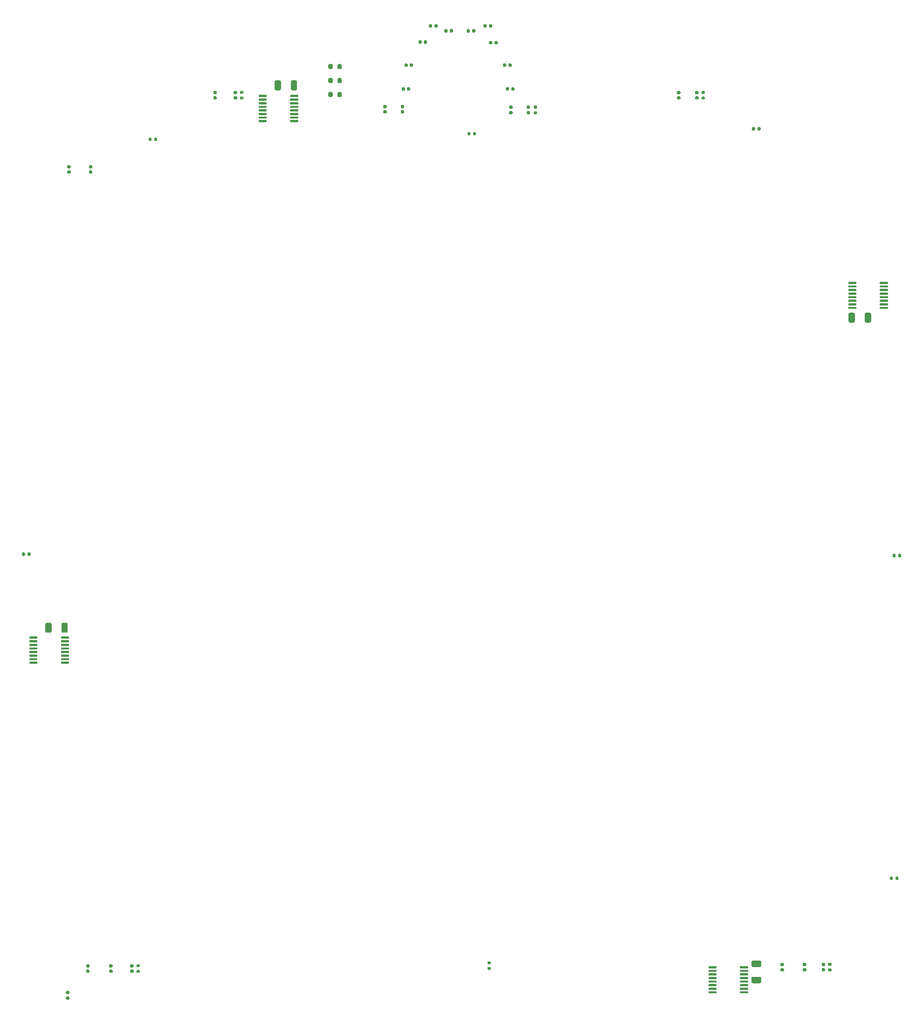
<source format=gbr>
G04 #@! TF.GenerationSoftware,KiCad,Pcbnew,(5.1.9)-1*
G04 #@! TF.CreationDate,2021-08-29T10:45:46-06:00*
G04 #@! TF.ProjectId,ampcd_button_board,616d7063-645f-4627-9574-746f6e5f626f,rev?*
G04 #@! TF.SameCoordinates,Original*
G04 #@! TF.FileFunction,Paste,Top*
G04 #@! TF.FilePolarity,Positive*
%FSLAX46Y46*%
G04 Gerber Fmt 4.6, Leading zero omitted, Abs format (unit mm)*
G04 Created by KiCad (PCBNEW (5.1.9)-1) date 2021-08-29 10:45:46*
%MOMM*%
%LPD*%
G01*
G04 APERTURE LIST*
G04 APERTURE END LIST*
G36*
G01*
X274310121Y59800490D02*
X275610123Y59800490D01*
G75*
G02*
X275860122Y59550491I0J-249999D01*
G01*
X275860122Y58900489D01*
G75*
G02*
X275610123Y58650490I-249999J0D01*
G01*
X274310121Y58650490D01*
G75*
G02*
X274060122Y58900489I0J249999D01*
G01*
X274060122Y59550491D01*
G75*
G02*
X274310121Y59800490I249999J0D01*
G01*
G37*
G36*
G01*
X274310121Y62750490D02*
X275610123Y62750490D01*
G75*
G02*
X275860122Y62500491I0J-249999D01*
G01*
X275860122Y61850489D01*
G75*
G02*
X275610123Y61600490I-249999J0D01*
G01*
X274310121Y61600490D01*
G75*
G02*
X274060122Y61850489I0J249999D01*
G01*
X274060122Y62500491D01*
G75*
G02*
X274310121Y62750490I249999J0D01*
G01*
G37*
G36*
G01*
X148648722Y121260490D02*
X148648722Y121460490D01*
G75*
G02*
X148748722Y121560490I100000J0D01*
G01*
X150023722Y121560490D01*
G75*
G02*
X150123722Y121460490I0J-100000D01*
G01*
X150123722Y121260490D01*
G75*
G02*
X150023722Y121160490I-100000J0D01*
G01*
X148748722Y121160490D01*
G75*
G02*
X148648722Y121260490I0J100000D01*
G01*
G37*
G36*
G01*
X148648722Y120610490D02*
X148648722Y120810490D01*
G75*
G02*
X148748722Y120910490I100000J0D01*
G01*
X150023722Y120910490D01*
G75*
G02*
X150123722Y120810490I0J-100000D01*
G01*
X150123722Y120610490D01*
G75*
G02*
X150023722Y120510490I-100000J0D01*
G01*
X148748722Y120510490D01*
G75*
G02*
X148648722Y120610490I0J100000D01*
G01*
G37*
G36*
G01*
X148648722Y119960490D02*
X148648722Y120160490D01*
G75*
G02*
X148748722Y120260490I100000J0D01*
G01*
X150023722Y120260490D01*
G75*
G02*
X150123722Y120160490I0J-100000D01*
G01*
X150123722Y119960490D01*
G75*
G02*
X150023722Y119860490I-100000J0D01*
G01*
X148748722Y119860490D01*
G75*
G02*
X148648722Y119960490I0J100000D01*
G01*
G37*
G36*
G01*
X148648722Y119310490D02*
X148648722Y119510490D01*
G75*
G02*
X148748722Y119610490I100000J0D01*
G01*
X150023722Y119610490D01*
G75*
G02*
X150123722Y119510490I0J-100000D01*
G01*
X150123722Y119310490D01*
G75*
G02*
X150023722Y119210490I-100000J0D01*
G01*
X148748722Y119210490D01*
G75*
G02*
X148648722Y119310490I0J100000D01*
G01*
G37*
G36*
G01*
X148648722Y118660490D02*
X148648722Y118860490D01*
G75*
G02*
X148748722Y118960490I100000J0D01*
G01*
X150023722Y118960490D01*
G75*
G02*
X150123722Y118860490I0J-100000D01*
G01*
X150123722Y118660490D01*
G75*
G02*
X150023722Y118560490I-100000J0D01*
G01*
X148748722Y118560490D01*
G75*
G02*
X148648722Y118660490I0J100000D01*
G01*
G37*
G36*
G01*
X148648722Y118010490D02*
X148648722Y118210490D01*
G75*
G02*
X148748722Y118310490I100000J0D01*
G01*
X150023722Y118310490D01*
G75*
G02*
X150123722Y118210490I0J-100000D01*
G01*
X150123722Y118010490D01*
G75*
G02*
X150023722Y117910490I-100000J0D01*
G01*
X148748722Y117910490D01*
G75*
G02*
X148648722Y118010490I0J100000D01*
G01*
G37*
G36*
G01*
X148648722Y117360490D02*
X148648722Y117560490D01*
G75*
G02*
X148748722Y117660490I100000J0D01*
G01*
X150023722Y117660490D01*
G75*
G02*
X150123722Y117560490I0J-100000D01*
G01*
X150123722Y117360490D01*
G75*
G02*
X150023722Y117260490I-100000J0D01*
G01*
X148748722Y117260490D01*
G75*
G02*
X148648722Y117360490I0J100000D01*
G01*
G37*
G36*
G01*
X148648722Y116710490D02*
X148648722Y116910490D01*
G75*
G02*
X148748722Y117010490I100000J0D01*
G01*
X150023722Y117010490D01*
G75*
G02*
X150123722Y116910490I0J-100000D01*
G01*
X150123722Y116710490D01*
G75*
G02*
X150023722Y116610490I-100000J0D01*
G01*
X148748722Y116610490D01*
G75*
G02*
X148648722Y116710490I0J100000D01*
G01*
G37*
G36*
G01*
X142923722Y116710490D02*
X142923722Y116910490D01*
G75*
G02*
X143023722Y117010490I100000J0D01*
G01*
X144298722Y117010490D01*
G75*
G02*
X144398722Y116910490I0J-100000D01*
G01*
X144398722Y116710490D01*
G75*
G02*
X144298722Y116610490I-100000J0D01*
G01*
X143023722Y116610490D01*
G75*
G02*
X142923722Y116710490I0J100000D01*
G01*
G37*
G36*
G01*
X142923722Y117360490D02*
X142923722Y117560490D01*
G75*
G02*
X143023722Y117660490I100000J0D01*
G01*
X144298722Y117660490D01*
G75*
G02*
X144398722Y117560490I0J-100000D01*
G01*
X144398722Y117360490D01*
G75*
G02*
X144298722Y117260490I-100000J0D01*
G01*
X143023722Y117260490D01*
G75*
G02*
X142923722Y117360490I0J100000D01*
G01*
G37*
G36*
G01*
X142923722Y118010490D02*
X142923722Y118210490D01*
G75*
G02*
X143023722Y118310490I100000J0D01*
G01*
X144298722Y118310490D01*
G75*
G02*
X144398722Y118210490I0J-100000D01*
G01*
X144398722Y118010490D01*
G75*
G02*
X144298722Y117910490I-100000J0D01*
G01*
X143023722Y117910490D01*
G75*
G02*
X142923722Y118010490I0J100000D01*
G01*
G37*
G36*
G01*
X142923722Y118660490D02*
X142923722Y118860490D01*
G75*
G02*
X143023722Y118960490I100000J0D01*
G01*
X144298722Y118960490D01*
G75*
G02*
X144398722Y118860490I0J-100000D01*
G01*
X144398722Y118660490D01*
G75*
G02*
X144298722Y118560490I-100000J0D01*
G01*
X143023722Y118560490D01*
G75*
G02*
X142923722Y118660490I0J100000D01*
G01*
G37*
G36*
G01*
X142923722Y119310490D02*
X142923722Y119510490D01*
G75*
G02*
X143023722Y119610490I100000J0D01*
G01*
X144298722Y119610490D01*
G75*
G02*
X144398722Y119510490I0J-100000D01*
G01*
X144398722Y119310490D01*
G75*
G02*
X144298722Y119210490I-100000J0D01*
G01*
X143023722Y119210490D01*
G75*
G02*
X142923722Y119310490I0J100000D01*
G01*
G37*
G36*
G01*
X142923722Y119960490D02*
X142923722Y120160490D01*
G75*
G02*
X143023722Y120260490I100000J0D01*
G01*
X144298722Y120260490D01*
G75*
G02*
X144398722Y120160490I0J-100000D01*
G01*
X144398722Y119960490D01*
G75*
G02*
X144298722Y119860490I-100000J0D01*
G01*
X143023722Y119860490D01*
G75*
G02*
X142923722Y119960490I0J100000D01*
G01*
G37*
G36*
G01*
X142923722Y120610490D02*
X142923722Y120810490D01*
G75*
G02*
X143023722Y120910490I100000J0D01*
G01*
X144298722Y120910490D01*
G75*
G02*
X144398722Y120810490I0J-100000D01*
G01*
X144398722Y120610490D01*
G75*
G02*
X144298722Y120510490I-100000J0D01*
G01*
X143023722Y120510490D01*
G75*
G02*
X142923722Y120610490I0J100000D01*
G01*
G37*
G36*
G01*
X142923722Y121260490D02*
X142923722Y121460490D01*
G75*
G02*
X143023722Y121560490I100000J0D01*
G01*
X144298722Y121560490D01*
G75*
G02*
X144398722Y121460490I0J-100000D01*
G01*
X144398722Y121260490D01*
G75*
G02*
X144298722Y121160490I-100000J0D01*
G01*
X143023722Y121160490D01*
G75*
G02*
X142923722Y121260490I0J100000D01*
G01*
G37*
G36*
G01*
X271991122Y61443490D02*
X271991122Y61643490D01*
G75*
G02*
X272091122Y61743490I100000J0D01*
G01*
X273366122Y61743490D01*
G75*
G02*
X273466122Y61643490I0J-100000D01*
G01*
X273466122Y61443490D01*
G75*
G02*
X273366122Y61343490I-100000J0D01*
G01*
X272091122Y61343490D01*
G75*
G02*
X271991122Y61443490I0J100000D01*
G01*
G37*
G36*
G01*
X271991122Y60793490D02*
X271991122Y60993490D01*
G75*
G02*
X272091122Y61093490I100000J0D01*
G01*
X273366122Y61093490D01*
G75*
G02*
X273466122Y60993490I0J-100000D01*
G01*
X273466122Y60793490D01*
G75*
G02*
X273366122Y60693490I-100000J0D01*
G01*
X272091122Y60693490D01*
G75*
G02*
X271991122Y60793490I0J100000D01*
G01*
G37*
G36*
G01*
X271991122Y60143490D02*
X271991122Y60343490D01*
G75*
G02*
X272091122Y60443490I100000J0D01*
G01*
X273366122Y60443490D01*
G75*
G02*
X273466122Y60343490I0J-100000D01*
G01*
X273466122Y60143490D01*
G75*
G02*
X273366122Y60043490I-100000J0D01*
G01*
X272091122Y60043490D01*
G75*
G02*
X271991122Y60143490I0J100000D01*
G01*
G37*
G36*
G01*
X271991122Y59493490D02*
X271991122Y59693490D01*
G75*
G02*
X272091122Y59793490I100000J0D01*
G01*
X273366122Y59793490D01*
G75*
G02*
X273466122Y59693490I0J-100000D01*
G01*
X273466122Y59493490D01*
G75*
G02*
X273366122Y59393490I-100000J0D01*
G01*
X272091122Y59393490D01*
G75*
G02*
X271991122Y59493490I0J100000D01*
G01*
G37*
G36*
G01*
X271991122Y58843490D02*
X271991122Y59043490D01*
G75*
G02*
X272091122Y59143490I100000J0D01*
G01*
X273366122Y59143490D01*
G75*
G02*
X273466122Y59043490I0J-100000D01*
G01*
X273466122Y58843490D01*
G75*
G02*
X273366122Y58743490I-100000J0D01*
G01*
X272091122Y58743490D01*
G75*
G02*
X271991122Y58843490I0J100000D01*
G01*
G37*
G36*
G01*
X271991122Y58193490D02*
X271991122Y58393490D01*
G75*
G02*
X272091122Y58493490I100000J0D01*
G01*
X273366122Y58493490D01*
G75*
G02*
X273466122Y58393490I0J-100000D01*
G01*
X273466122Y58193490D01*
G75*
G02*
X273366122Y58093490I-100000J0D01*
G01*
X272091122Y58093490D01*
G75*
G02*
X271991122Y58193490I0J100000D01*
G01*
G37*
G36*
G01*
X271991122Y57543490D02*
X271991122Y57743490D01*
G75*
G02*
X272091122Y57843490I100000J0D01*
G01*
X273366122Y57843490D01*
G75*
G02*
X273466122Y57743490I0J-100000D01*
G01*
X273466122Y57543490D01*
G75*
G02*
X273366122Y57443490I-100000J0D01*
G01*
X272091122Y57443490D01*
G75*
G02*
X271991122Y57543490I0J100000D01*
G01*
G37*
G36*
G01*
X271991122Y56893490D02*
X271991122Y57093490D01*
G75*
G02*
X272091122Y57193490I100000J0D01*
G01*
X273366122Y57193490D01*
G75*
G02*
X273466122Y57093490I0J-100000D01*
G01*
X273466122Y56893490D01*
G75*
G02*
X273366122Y56793490I-100000J0D01*
G01*
X272091122Y56793490D01*
G75*
G02*
X271991122Y56893490I0J100000D01*
G01*
G37*
G36*
G01*
X266266122Y56893490D02*
X266266122Y57093490D01*
G75*
G02*
X266366122Y57193490I100000J0D01*
G01*
X267641122Y57193490D01*
G75*
G02*
X267741122Y57093490I0J-100000D01*
G01*
X267741122Y56893490D01*
G75*
G02*
X267641122Y56793490I-100000J0D01*
G01*
X266366122Y56793490D01*
G75*
G02*
X266266122Y56893490I0J100000D01*
G01*
G37*
G36*
G01*
X266266122Y57543490D02*
X266266122Y57743490D01*
G75*
G02*
X266366122Y57843490I100000J0D01*
G01*
X267641122Y57843490D01*
G75*
G02*
X267741122Y57743490I0J-100000D01*
G01*
X267741122Y57543490D01*
G75*
G02*
X267641122Y57443490I-100000J0D01*
G01*
X266366122Y57443490D01*
G75*
G02*
X266266122Y57543490I0J100000D01*
G01*
G37*
G36*
G01*
X266266122Y58193490D02*
X266266122Y58393490D01*
G75*
G02*
X266366122Y58493490I100000J0D01*
G01*
X267641122Y58493490D01*
G75*
G02*
X267741122Y58393490I0J-100000D01*
G01*
X267741122Y58193490D01*
G75*
G02*
X267641122Y58093490I-100000J0D01*
G01*
X266366122Y58093490D01*
G75*
G02*
X266266122Y58193490I0J100000D01*
G01*
G37*
G36*
G01*
X266266122Y58843490D02*
X266266122Y59043490D01*
G75*
G02*
X266366122Y59143490I100000J0D01*
G01*
X267641122Y59143490D01*
G75*
G02*
X267741122Y59043490I0J-100000D01*
G01*
X267741122Y58843490D01*
G75*
G02*
X267641122Y58743490I-100000J0D01*
G01*
X266366122Y58743490D01*
G75*
G02*
X266266122Y58843490I0J100000D01*
G01*
G37*
G36*
G01*
X266266122Y59493490D02*
X266266122Y59693490D01*
G75*
G02*
X266366122Y59793490I100000J0D01*
G01*
X267641122Y59793490D01*
G75*
G02*
X267741122Y59693490I0J-100000D01*
G01*
X267741122Y59493490D01*
G75*
G02*
X267641122Y59393490I-100000J0D01*
G01*
X266366122Y59393490D01*
G75*
G02*
X266266122Y59493490I0J100000D01*
G01*
G37*
G36*
G01*
X266266122Y60143490D02*
X266266122Y60343490D01*
G75*
G02*
X266366122Y60443490I100000J0D01*
G01*
X267641122Y60443490D01*
G75*
G02*
X267741122Y60343490I0J-100000D01*
G01*
X267741122Y60143490D01*
G75*
G02*
X267641122Y60043490I-100000J0D01*
G01*
X266366122Y60043490D01*
G75*
G02*
X266266122Y60143490I0J100000D01*
G01*
G37*
G36*
G01*
X266266122Y60793490D02*
X266266122Y60993490D01*
G75*
G02*
X266366122Y61093490I100000J0D01*
G01*
X267641122Y61093490D01*
G75*
G02*
X267741122Y60993490I0J-100000D01*
G01*
X267741122Y60793490D01*
G75*
G02*
X267641122Y60693490I-100000J0D01*
G01*
X266366122Y60693490D01*
G75*
G02*
X266266122Y60793490I0J100000D01*
G01*
G37*
G36*
G01*
X266266122Y61443490D02*
X266266122Y61643490D01*
G75*
G02*
X266366122Y61743490I100000J0D01*
G01*
X267641122Y61743490D01*
G75*
G02*
X267741122Y61643490I0J-100000D01*
G01*
X267741122Y61443490D01*
G75*
G02*
X267641122Y61343490I-100000J0D01*
G01*
X266366122Y61343490D01*
G75*
G02*
X266266122Y61443490I0J100000D01*
G01*
G37*
G36*
G01*
X293141122Y181299490D02*
X293141122Y181099490D01*
G75*
G02*
X293041122Y180999490I-100000J0D01*
G01*
X291766122Y180999490D01*
G75*
G02*
X291666122Y181099490I0J100000D01*
G01*
X291666122Y181299490D01*
G75*
G02*
X291766122Y181399490I100000J0D01*
G01*
X293041122Y181399490D01*
G75*
G02*
X293141122Y181299490I0J-100000D01*
G01*
G37*
G36*
G01*
X293141122Y181949490D02*
X293141122Y181749490D01*
G75*
G02*
X293041122Y181649490I-100000J0D01*
G01*
X291766122Y181649490D01*
G75*
G02*
X291666122Y181749490I0J100000D01*
G01*
X291666122Y181949490D01*
G75*
G02*
X291766122Y182049490I100000J0D01*
G01*
X293041122Y182049490D01*
G75*
G02*
X293141122Y181949490I0J-100000D01*
G01*
G37*
G36*
G01*
X293141122Y182599490D02*
X293141122Y182399490D01*
G75*
G02*
X293041122Y182299490I-100000J0D01*
G01*
X291766122Y182299490D01*
G75*
G02*
X291666122Y182399490I0J100000D01*
G01*
X291666122Y182599490D01*
G75*
G02*
X291766122Y182699490I100000J0D01*
G01*
X293041122Y182699490D01*
G75*
G02*
X293141122Y182599490I0J-100000D01*
G01*
G37*
G36*
G01*
X293141122Y183249490D02*
X293141122Y183049490D01*
G75*
G02*
X293041122Y182949490I-100000J0D01*
G01*
X291766122Y182949490D01*
G75*
G02*
X291666122Y183049490I0J100000D01*
G01*
X291666122Y183249490D01*
G75*
G02*
X291766122Y183349490I100000J0D01*
G01*
X293041122Y183349490D01*
G75*
G02*
X293141122Y183249490I0J-100000D01*
G01*
G37*
G36*
G01*
X293141122Y183899490D02*
X293141122Y183699490D01*
G75*
G02*
X293041122Y183599490I-100000J0D01*
G01*
X291766122Y183599490D01*
G75*
G02*
X291666122Y183699490I0J100000D01*
G01*
X291666122Y183899490D01*
G75*
G02*
X291766122Y183999490I100000J0D01*
G01*
X293041122Y183999490D01*
G75*
G02*
X293141122Y183899490I0J-100000D01*
G01*
G37*
G36*
G01*
X293141122Y184549490D02*
X293141122Y184349490D01*
G75*
G02*
X293041122Y184249490I-100000J0D01*
G01*
X291766122Y184249490D01*
G75*
G02*
X291666122Y184349490I0J100000D01*
G01*
X291666122Y184549490D01*
G75*
G02*
X291766122Y184649490I100000J0D01*
G01*
X293041122Y184649490D01*
G75*
G02*
X293141122Y184549490I0J-100000D01*
G01*
G37*
G36*
G01*
X293141122Y185199490D02*
X293141122Y184999490D01*
G75*
G02*
X293041122Y184899490I-100000J0D01*
G01*
X291766122Y184899490D01*
G75*
G02*
X291666122Y184999490I0J100000D01*
G01*
X291666122Y185199490D01*
G75*
G02*
X291766122Y185299490I100000J0D01*
G01*
X293041122Y185299490D01*
G75*
G02*
X293141122Y185199490I0J-100000D01*
G01*
G37*
G36*
G01*
X293141122Y185849490D02*
X293141122Y185649490D01*
G75*
G02*
X293041122Y185549490I-100000J0D01*
G01*
X291766122Y185549490D01*
G75*
G02*
X291666122Y185649490I0J100000D01*
G01*
X291666122Y185849490D01*
G75*
G02*
X291766122Y185949490I100000J0D01*
G01*
X293041122Y185949490D01*
G75*
G02*
X293141122Y185849490I0J-100000D01*
G01*
G37*
G36*
G01*
X298866122Y185849490D02*
X298866122Y185649490D01*
G75*
G02*
X298766122Y185549490I-100000J0D01*
G01*
X297491122Y185549490D01*
G75*
G02*
X297391122Y185649490I0J100000D01*
G01*
X297391122Y185849490D01*
G75*
G02*
X297491122Y185949490I100000J0D01*
G01*
X298766122Y185949490D01*
G75*
G02*
X298866122Y185849490I0J-100000D01*
G01*
G37*
G36*
G01*
X298866122Y185199490D02*
X298866122Y184999490D01*
G75*
G02*
X298766122Y184899490I-100000J0D01*
G01*
X297491122Y184899490D01*
G75*
G02*
X297391122Y184999490I0J100000D01*
G01*
X297391122Y185199490D01*
G75*
G02*
X297491122Y185299490I100000J0D01*
G01*
X298766122Y185299490D01*
G75*
G02*
X298866122Y185199490I0J-100000D01*
G01*
G37*
G36*
G01*
X298866122Y184549490D02*
X298866122Y184349490D01*
G75*
G02*
X298766122Y184249490I-100000J0D01*
G01*
X297491122Y184249490D01*
G75*
G02*
X297391122Y184349490I0J100000D01*
G01*
X297391122Y184549490D01*
G75*
G02*
X297491122Y184649490I100000J0D01*
G01*
X298766122Y184649490D01*
G75*
G02*
X298866122Y184549490I0J-100000D01*
G01*
G37*
G36*
G01*
X298866122Y183899490D02*
X298866122Y183699490D01*
G75*
G02*
X298766122Y183599490I-100000J0D01*
G01*
X297491122Y183599490D01*
G75*
G02*
X297391122Y183699490I0J100000D01*
G01*
X297391122Y183899490D01*
G75*
G02*
X297491122Y183999490I100000J0D01*
G01*
X298766122Y183999490D01*
G75*
G02*
X298866122Y183899490I0J-100000D01*
G01*
G37*
G36*
G01*
X298866122Y183249490D02*
X298866122Y183049490D01*
G75*
G02*
X298766122Y182949490I-100000J0D01*
G01*
X297491122Y182949490D01*
G75*
G02*
X297391122Y183049490I0J100000D01*
G01*
X297391122Y183249490D01*
G75*
G02*
X297491122Y183349490I100000J0D01*
G01*
X298766122Y183349490D01*
G75*
G02*
X298866122Y183249490I0J-100000D01*
G01*
G37*
G36*
G01*
X298866122Y182599490D02*
X298866122Y182399490D01*
G75*
G02*
X298766122Y182299490I-100000J0D01*
G01*
X297491122Y182299490D01*
G75*
G02*
X297391122Y182399490I0J100000D01*
G01*
X297391122Y182599490D01*
G75*
G02*
X297491122Y182699490I100000J0D01*
G01*
X298766122Y182699490D01*
G75*
G02*
X298866122Y182599490I0J-100000D01*
G01*
G37*
G36*
G01*
X298866122Y181949490D02*
X298866122Y181749490D01*
G75*
G02*
X298766122Y181649490I-100000J0D01*
G01*
X297491122Y181649490D01*
G75*
G02*
X297391122Y181749490I0J100000D01*
G01*
X297391122Y181949490D01*
G75*
G02*
X297491122Y182049490I100000J0D01*
G01*
X298766122Y182049490D01*
G75*
G02*
X298866122Y181949490I0J-100000D01*
G01*
G37*
G36*
G01*
X298866122Y181299490D02*
X298866122Y181099490D01*
G75*
G02*
X298766122Y180999490I-100000J0D01*
G01*
X297491122Y180999490D01*
G75*
G02*
X297391122Y181099490I0J100000D01*
G01*
X297391122Y181299490D01*
G75*
G02*
X297491122Y181399490I100000J0D01*
G01*
X298766122Y181399490D01*
G75*
G02*
X298866122Y181299490I0J-100000D01*
G01*
G37*
G36*
G01*
X190279322Y219558490D02*
X190279322Y219758490D01*
G75*
G02*
X190379322Y219858490I100000J0D01*
G01*
X191654322Y219858490D01*
G75*
G02*
X191754322Y219758490I0J-100000D01*
G01*
X191754322Y219558490D01*
G75*
G02*
X191654322Y219458490I-100000J0D01*
G01*
X190379322Y219458490D01*
G75*
G02*
X190279322Y219558490I0J100000D01*
G01*
G37*
G36*
G01*
X190279322Y218908490D02*
X190279322Y219108490D01*
G75*
G02*
X190379322Y219208490I100000J0D01*
G01*
X191654322Y219208490D01*
G75*
G02*
X191754322Y219108490I0J-100000D01*
G01*
X191754322Y218908490D01*
G75*
G02*
X191654322Y218808490I-100000J0D01*
G01*
X190379322Y218808490D01*
G75*
G02*
X190279322Y218908490I0J100000D01*
G01*
G37*
G36*
G01*
X190279322Y218258490D02*
X190279322Y218458490D01*
G75*
G02*
X190379322Y218558490I100000J0D01*
G01*
X191654322Y218558490D01*
G75*
G02*
X191754322Y218458490I0J-100000D01*
G01*
X191754322Y218258490D01*
G75*
G02*
X191654322Y218158490I-100000J0D01*
G01*
X190379322Y218158490D01*
G75*
G02*
X190279322Y218258490I0J100000D01*
G01*
G37*
G36*
G01*
X190279322Y217608490D02*
X190279322Y217808490D01*
G75*
G02*
X190379322Y217908490I100000J0D01*
G01*
X191654322Y217908490D01*
G75*
G02*
X191754322Y217808490I0J-100000D01*
G01*
X191754322Y217608490D01*
G75*
G02*
X191654322Y217508490I-100000J0D01*
G01*
X190379322Y217508490D01*
G75*
G02*
X190279322Y217608490I0J100000D01*
G01*
G37*
G36*
G01*
X190279322Y216958490D02*
X190279322Y217158490D01*
G75*
G02*
X190379322Y217258490I100000J0D01*
G01*
X191654322Y217258490D01*
G75*
G02*
X191754322Y217158490I0J-100000D01*
G01*
X191754322Y216958490D01*
G75*
G02*
X191654322Y216858490I-100000J0D01*
G01*
X190379322Y216858490D01*
G75*
G02*
X190279322Y216958490I0J100000D01*
G01*
G37*
G36*
G01*
X190279322Y216308490D02*
X190279322Y216508490D01*
G75*
G02*
X190379322Y216608490I100000J0D01*
G01*
X191654322Y216608490D01*
G75*
G02*
X191754322Y216508490I0J-100000D01*
G01*
X191754322Y216308490D01*
G75*
G02*
X191654322Y216208490I-100000J0D01*
G01*
X190379322Y216208490D01*
G75*
G02*
X190279322Y216308490I0J100000D01*
G01*
G37*
G36*
G01*
X190279322Y215658490D02*
X190279322Y215858490D01*
G75*
G02*
X190379322Y215958490I100000J0D01*
G01*
X191654322Y215958490D01*
G75*
G02*
X191754322Y215858490I0J-100000D01*
G01*
X191754322Y215658490D01*
G75*
G02*
X191654322Y215558490I-100000J0D01*
G01*
X190379322Y215558490D01*
G75*
G02*
X190279322Y215658490I0J100000D01*
G01*
G37*
G36*
G01*
X190279322Y215008490D02*
X190279322Y215208490D01*
G75*
G02*
X190379322Y215308490I100000J0D01*
G01*
X191654322Y215308490D01*
G75*
G02*
X191754322Y215208490I0J-100000D01*
G01*
X191754322Y215008490D01*
G75*
G02*
X191654322Y214908490I-100000J0D01*
G01*
X190379322Y214908490D01*
G75*
G02*
X190279322Y215008490I0J100000D01*
G01*
G37*
G36*
G01*
X184554322Y215008490D02*
X184554322Y215208490D01*
G75*
G02*
X184654322Y215308490I100000J0D01*
G01*
X185929322Y215308490D01*
G75*
G02*
X186029322Y215208490I0J-100000D01*
G01*
X186029322Y215008490D01*
G75*
G02*
X185929322Y214908490I-100000J0D01*
G01*
X184654322Y214908490D01*
G75*
G02*
X184554322Y215008490I0J100000D01*
G01*
G37*
G36*
G01*
X184554322Y215658490D02*
X184554322Y215858490D01*
G75*
G02*
X184654322Y215958490I100000J0D01*
G01*
X185929322Y215958490D01*
G75*
G02*
X186029322Y215858490I0J-100000D01*
G01*
X186029322Y215658490D01*
G75*
G02*
X185929322Y215558490I-100000J0D01*
G01*
X184654322Y215558490D01*
G75*
G02*
X184554322Y215658490I0J100000D01*
G01*
G37*
G36*
G01*
X184554322Y216308490D02*
X184554322Y216508490D01*
G75*
G02*
X184654322Y216608490I100000J0D01*
G01*
X185929322Y216608490D01*
G75*
G02*
X186029322Y216508490I0J-100000D01*
G01*
X186029322Y216308490D01*
G75*
G02*
X185929322Y216208490I-100000J0D01*
G01*
X184654322Y216208490D01*
G75*
G02*
X184554322Y216308490I0J100000D01*
G01*
G37*
G36*
G01*
X184554322Y216958490D02*
X184554322Y217158490D01*
G75*
G02*
X184654322Y217258490I100000J0D01*
G01*
X185929322Y217258490D01*
G75*
G02*
X186029322Y217158490I0J-100000D01*
G01*
X186029322Y216958490D01*
G75*
G02*
X185929322Y216858490I-100000J0D01*
G01*
X184654322Y216858490D01*
G75*
G02*
X184554322Y216958490I0J100000D01*
G01*
G37*
G36*
G01*
X184554322Y217608490D02*
X184554322Y217808490D01*
G75*
G02*
X184654322Y217908490I100000J0D01*
G01*
X185929322Y217908490D01*
G75*
G02*
X186029322Y217808490I0J-100000D01*
G01*
X186029322Y217608490D01*
G75*
G02*
X185929322Y217508490I-100000J0D01*
G01*
X184654322Y217508490D01*
G75*
G02*
X184554322Y217608490I0J100000D01*
G01*
G37*
G36*
G01*
X184554322Y218258490D02*
X184554322Y218458490D01*
G75*
G02*
X184654322Y218558490I100000J0D01*
G01*
X185929322Y218558490D01*
G75*
G02*
X186029322Y218458490I0J-100000D01*
G01*
X186029322Y218258490D01*
G75*
G02*
X185929322Y218158490I-100000J0D01*
G01*
X184654322Y218158490D01*
G75*
G02*
X184554322Y218258490I0J100000D01*
G01*
G37*
G36*
G01*
X184554322Y218908490D02*
X184554322Y219108490D01*
G75*
G02*
X184654322Y219208490I100000J0D01*
G01*
X185929322Y219208490D01*
G75*
G02*
X186029322Y219108490I0J-100000D01*
G01*
X186029322Y218908490D01*
G75*
G02*
X185929322Y218808490I-100000J0D01*
G01*
X184654322Y218808490D01*
G75*
G02*
X184554322Y218908490I0J100000D01*
G01*
G37*
G36*
G01*
X184554322Y219558490D02*
X184554322Y219758490D01*
G75*
G02*
X184654322Y219858490I100000J0D01*
G01*
X185929322Y219858490D01*
G75*
G02*
X186029322Y219758490I0J-100000D01*
G01*
X186029322Y219558490D01*
G75*
G02*
X185929322Y219458490I-100000J0D01*
G01*
X184654322Y219458490D01*
G75*
G02*
X184554322Y219558490I0J100000D01*
G01*
G37*
G36*
G01*
X226418122Y232184490D02*
X226418122Y232554490D01*
G75*
G02*
X226553122Y232689490I135000J0D01*
G01*
X226823122Y232689490D01*
G75*
G02*
X226958122Y232554490I0J-135000D01*
G01*
X226958122Y232184490D01*
G75*
G02*
X226823122Y232049490I-135000J0D01*
G01*
X226553122Y232049490D01*
G75*
G02*
X226418122Y232184490I0J135000D01*
G01*
G37*
G36*
G01*
X225398122Y232184490D02*
X225398122Y232554490D01*
G75*
G02*
X225533122Y232689490I135000J0D01*
G01*
X225803122Y232689490D01*
G75*
G02*
X225938122Y232554490I0J-135000D01*
G01*
X225938122Y232184490D01*
G75*
G02*
X225803122Y232049490I-135000J0D01*
G01*
X225533122Y232049490D01*
G75*
G02*
X225398122Y232184490I0J135000D01*
G01*
G37*
G36*
G01*
X216032122Y232554490D02*
X216032122Y232184490D01*
G75*
G02*
X215897122Y232049490I-135000J0D01*
G01*
X215627122Y232049490D01*
G75*
G02*
X215492122Y232184490I0J135000D01*
G01*
X215492122Y232554490D01*
G75*
G02*
X215627122Y232689490I135000J0D01*
G01*
X215897122Y232689490D01*
G75*
G02*
X216032122Y232554490I0J-135000D01*
G01*
G37*
G36*
G01*
X217052122Y232554490D02*
X217052122Y232184490D01*
G75*
G02*
X216917122Y232049490I-135000J0D01*
G01*
X216647122Y232049490D01*
G75*
G02*
X216512122Y232184490I0J135000D01*
G01*
X216512122Y232554490D01*
G75*
G02*
X216647122Y232689490I135000J0D01*
G01*
X216917122Y232689490D01*
G75*
G02*
X217052122Y232554490I0J-135000D01*
G01*
G37*
G36*
G01*
X288096122Y61314490D02*
X288466122Y61314490D01*
G75*
G02*
X288601122Y61179490I0J-135000D01*
G01*
X288601122Y60909490D01*
G75*
G02*
X288466122Y60774490I-135000J0D01*
G01*
X288096122Y60774490D01*
G75*
G02*
X287961122Y60909490I0J135000D01*
G01*
X287961122Y61179490D01*
G75*
G02*
X288096122Y61314490I135000J0D01*
G01*
G37*
G36*
G01*
X288096122Y62334490D02*
X288466122Y62334490D01*
G75*
G02*
X288601122Y62199490I0J-135000D01*
G01*
X288601122Y61929490D01*
G75*
G02*
X288466122Y61794490I-135000J0D01*
G01*
X288096122Y61794490D01*
G75*
G02*
X287961122Y61929490I0J135000D01*
G01*
X287961122Y62199490D01*
G75*
G02*
X288096122Y62334490I135000J0D01*
G01*
G37*
G36*
G01*
X162863122Y61540490D02*
X162493122Y61540490D01*
G75*
G02*
X162358122Y61675490I0J135000D01*
G01*
X162358122Y61945490D01*
G75*
G02*
X162493122Y62080490I135000J0D01*
G01*
X162863122Y62080490D01*
G75*
G02*
X162998122Y61945490I0J-135000D01*
G01*
X162998122Y61675490D01*
G75*
G02*
X162863122Y61540490I-135000J0D01*
G01*
G37*
G36*
G01*
X162863122Y60520490D02*
X162493122Y60520490D01*
G75*
G02*
X162358122Y60655490I0J135000D01*
G01*
X162358122Y60925490D01*
G75*
G02*
X162493122Y61060490I135000J0D01*
G01*
X162863122Y61060490D01*
G75*
G02*
X162998122Y60925490I0J-135000D01*
G01*
X162998122Y60655490D01*
G75*
G02*
X162863122Y60520490I-135000J0D01*
G01*
G37*
G36*
G01*
X265479122Y220036490D02*
X265109122Y220036490D01*
G75*
G02*
X264974122Y220171490I0J135000D01*
G01*
X264974122Y220441490D01*
G75*
G02*
X265109122Y220576490I135000J0D01*
G01*
X265479122Y220576490D01*
G75*
G02*
X265614122Y220441490I0J-135000D01*
G01*
X265614122Y220171490D01*
G75*
G02*
X265479122Y220036490I-135000J0D01*
G01*
G37*
G36*
G01*
X265479122Y219016490D02*
X265109122Y219016490D01*
G75*
G02*
X264974122Y219151490I0J135000D01*
G01*
X264974122Y219421490D01*
G75*
G02*
X265109122Y219556490I135000J0D01*
G01*
X265479122Y219556490D01*
G75*
G02*
X265614122Y219421490I0J-135000D01*
G01*
X265614122Y219151490D01*
G75*
G02*
X265479122Y219016490I-135000J0D01*
G01*
G37*
G36*
G01*
X234999122Y217369490D02*
X234629122Y217369490D01*
G75*
G02*
X234494122Y217504490I0J135000D01*
G01*
X234494122Y217774490D01*
G75*
G02*
X234629122Y217909490I135000J0D01*
G01*
X234999122Y217909490D01*
G75*
G02*
X235134122Y217774490I0J-135000D01*
G01*
X235134122Y217504490D01*
G75*
G02*
X234999122Y217369490I-135000J0D01*
G01*
G37*
G36*
G01*
X234999122Y216349490D02*
X234629122Y216349490D01*
G75*
G02*
X234494122Y216484490I0J135000D01*
G01*
X234494122Y216754490D01*
G75*
G02*
X234629122Y216889490I135000J0D01*
G01*
X234999122Y216889490D01*
G75*
G02*
X235134122Y216754490I0J-135000D01*
G01*
X235134122Y216484490D01*
G75*
G02*
X234999122Y216349490I-135000J0D01*
G01*
G37*
G36*
G01*
X181659122Y220036490D02*
X181289122Y220036490D01*
G75*
G02*
X181154122Y220171490I0J135000D01*
G01*
X181154122Y220441490D01*
G75*
G02*
X181289122Y220576490I135000J0D01*
G01*
X181659122Y220576490D01*
G75*
G02*
X181794122Y220441490I0J-135000D01*
G01*
X181794122Y220171490D01*
G75*
G02*
X181659122Y220036490I-135000J0D01*
G01*
G37*
G36*
G01*
X181659122Y219016490D02*
X181289122Y219016490D01*
G75*
G02*
X181154122Y219151490I0J135000D01*
G01*
X181154122Y219421490D01*
G75*
G02*
X181289122Y219556490I135000J0D01*
G01*
X181659122Y219556490D01*
G75*
G02*
X181794122Y219421490I0J-135000D01*
G01*
X181794122Y219151490D01*
G75*
G02*
X181659122Y219016490I-135000J0D01*
G01*
G37*
G36*
G01*
X142118122Y136694890D02*
X142118122Y136324890D01*
G75*
G02*
X141983122Y136189890I-135000J0D01*
G01*
X141713122Y136189890D01*
G75*
G02*
X141578122Y136324890I0J135000D01*
G01*
X141578122Y136694890D01*
G75*
G02*
X141713122Y136829890I135000J0D01*
G01*
X141983122Y136829890D01*
G75*
G02*
X142118122Y136694890I0J-135000D01*
G01*
G37*
G36*
G01*
X143138122Y136694890D02*
X143138122Y136324890D01*
G75*
G02*
X143003122Y136189890I-135000J0D01*
G01*
X142733122Y136189890D01*
G75*
G02*
X142598122Y136324890I0J135000D01*
G01*
X142598122Y136694890D01*
G75*
G02*
X142733122Y136829890I135000J0D01*
G01*
X143003122Y136829890D01*
G75*
G02*
X143138122Y136694890I0J-135000D01*
G01*
G37*
G36*
G01*
X150061522Y56689090D02*
X149691522Y56689090D01*
G75*
G02*
X149556522Y56824090I0J135000D01*
G01*
X149556522Y57094090D01*
G75*
G02*
X149691522Y57229090I135000J0D01*
G01*
X150061522Y57229090D01*
G75*
G02*
X150196522Y57094090I0J-135000D01*
G01*
X150196522Y56824090D01*
G75*
G02*
X150061522Y56689090I-135000J0D01*
G01*
G37*
G36*
G01*
X150061522Y55669090D02*
X149691522Y55669090D01*
G75*
G02*
X149556522Y55804090I0J135000D01*
G01*
X149556522Y56074090D01*
G75*
G02*
X149691522Y56209090I135000J0D01*
G01*
X150061522Y56209090D01*
G75*
G02*
X150196522Y56074090I0J-135000D01*
G01*
X150196522Y55804090D01*
G75*
G02*
X150061522Y55669090I-135000J0D01*
G01*
G37*
G36*
G01*
X226617122Y62073890D02*
X226247122Y62073890D01*
G75*
G02*
X226112122Y62208890I0J135000D01*
G01*
X226112122Y62478890D01*
G75*
G02*
X226247122Y62613890I135000J0D01*
G01*
X226617122Y62613890D01*
G75*
G02*
X226752122Y62478890I0J-135000D01*
G01*
X226752122Y62208890D01*
G75*
G02*
X226617122Y62073890I-135000J0D01*
G01*
G37*
G36*
G01*
X226617122Y61053890D02*
X226247122Y61053890D01*
G75*
G02*
X226112122Y61188890I0J135000D01*
G01*
X226112122Y61458890D01*
G75*
G02*
X226247122Y61593890I135000J0D01*
G01*
X226617122Y61593890D01*
G75*
G02*
X226752122Y61458890I0J-135000D01*
G01*
X226752122Y61188890D01*
G75*
G02*
X226617122Y61053890I-135000J0D01*
G01*
G37*
G36*
G01*
X300230522Y77498490D02*
X300230522Y77868490D01*
G75*
G02*
X300365522Y78003490I135000J0D01*
G01*
X300635522Y78003490D01*
G75*
G02*
X300770522Y77868490I0J-135000D01*
G01*
X300770522Y77498490D01*
G75*
G02*
X300635522Y77363490I-135000J0D01*
G01*
X300365522Y77363490D01*
G75*
G02*
X300230522Y77498490I0J135000D01*
G01*
G37*
G36*
G01*
X299210522Y77498490D02*
X299210522Y77868490D01*
G75*
G02*
X299345522Y78003490I135000J0D01*
G01*
X299615522Y78003490D01*
G75*
G02*
X299750522Y77868490I0J-135000D01*
G01*
X299750522Y77498490D01*
G75*
G02*
X299615522Y77363490I-135000J0D01*
G01*
X299345522Y77363490D01*
G75*
G02*
X299210522Y77498490I0J135000D01*
G01*
G37*
G36*
G01*
X300713122Y136045490D02*
X300713122Y136415490D01*
G75*
G02*
X300848122Y136550490I135000J0D01*
G01*
X301118122Y136550490D01*
G75*
G02*
X301253122Y136415490I0J-135000D01*
G01*
X301253122Y136045490D01*
G75*
G02*
X301118122Y135910490I-135000J0D01*
G01*
X300848122Y135910490D01*
G75*
G02*
X300713122Y136045490I0J135000D01*
G01*
G37*
G36*
G01*
X299693122Y136045490D02*
X299693122Y136415490D01*
G75*
G02*
X299828122Y136550490I135000J0D01*
G01*
X300098122Y136550490D01*
G75*
G02*
X300233122Y136415490I0J-135000D01*
G01*
X300233122Y136045490D01*
G75*
G02*
X300098122Y135910490I-135000J0D01*
G01*
X299828122Y135910490D01*
G75*
G02*
X299693122Y136045490I0J135000D01*
G01*
G37*
G36*
G01*
X275186122Y213515490D02*
X275186122Y213885490D01*
G75*
G02*
X275321122Y214020490I135000J0D01*
G01*
X275591122Y214020490D01*
G75*
G02*
X275726122Y213885490I0J-135000D01*
G01*
X275726122Y213515490D01*
G75*
G02*
X275591122Y213380490I-135000J0D01*
G01*
X275321122Y213380490D01*
G75*
G02*
X275186122Y213515490I0J135000D01*
G01*
G37*
G36*
G01*
X274166122Y213515490D02*
X274166122Y213885490D01*
G75*
G02*
X274301122Y214020490I135000J0D01*
G01*
X274571122Y214020490D01*
G75*
G02*
X274706122Y213885490I0J-135000D01*
G01*
X274706122Y213515490D01*
G75*
G02*
X274571122Y213380490I-135000J0D01*
G01*
X274301122Y213380490D01*
G75*
G02*
X274166122Y213515490I0J135000D01*
G01*
G37*
G36*
G01*
X223017122Y212996490D02*
X223017122Y212626490D01*
G75*
G02*
X222882122Y212491490I-135000J0D01*
G01*
X222612122Y212491490D01*
G75*
G02*
X222477122Y212626490I0J135000D01*
G01*
X222477122Y212996490D01*
G75*
G02*
X222612122Y213131490I135000J0D01*
G01*
X222882122Y213131490D01*
G75*
G02*
X223017122Y212996490I0J-135000D01*
G01*
G37*
G36*
G01*
X224037122Y212996490D02*
X224037122Y212626490D01*
G75*
G02*
X223902122Y212491490I-135000J0D01*
G01*
X223632122Y212491490D01*
G75*
G02*
X223497122Y212626490I0J135000D01*
G01*
X223497122Y212996490D01*
G75*
G02*
X223632122Y213131490I135000J0D01*
G01*
X223902122Y213131490D01*
G75*
G02*
X224037122Y212996490I0J-135000D01*
G01*
G37*
G36*
G01*
X165105122Y211980490D02*
X165105122Y211610490D01*
G75*
G02*
X164970122Y211475490I-135000J0D01*
G01*
X164700122Y211475490D01*
G75*
G02*
X164565122Y211610490I0J135000D01*
G01*
X164565122Y211980490D01*
G75*
G02*
X164700122Y212115490I135000J0D01*
G01*
X164970122Y212115490D01*
G75*
G02*
X165105122Y211980490I0J-135000D01*
G01*
G37*
G36*
G01*
X166125122Y211980490D02*
X166125122Y211610490D01*
G75*
G02*
X165990122Y211475490I-135000J0D01*
G01*
X165720122Y211475490D01*
G75*
G02*
X165585122Y211610490I0J135000D01*
G01*
X165585122Y211980490D01*
G75*
G02*
X165720122Y212115490I135000J0D01*
G01*
X165990122Y212115490D01*
G75*
G02*
X166125122Y211980490I0J-135000D01*
G01*
G37*
G36*
G01*
X198004122Y225278490D02*
X198004122Y224728490D01*
G75*
G02*
X197804122Y224528490I-200000J0D01*
G01*
X197404122Y224528490D01*
G75*
G02*
X197204122Y224728490I0J200000D01*
G01*
X197204122Y225278490D01*
G75*
G02*
X197404122Y225478490I200000J0D01*
G01*
X197804122Y225478490D01*
G75*
G02*
X198004122Y225278490I0J-200000D01*
G01*
G37*
G36*
G01*
X199654122Y225278490D02*
X199654122Y224728490D01*
G75*
G02*
X199454122Y224528490I-200000J0D01*
G01*
X199054122Y224528490D01*
G75*
G02*
X198854122Y224728490I0J200000D01*
G01*
X198854122Y225278490D01*
G75*
G02*
X199054122Y225478490I200000J0D01*
G01*
X199454122Y225478490D01*
G75*
G02*
X199654122Y225278490I0J-200000D01*
G01*
G37*
G36*
G01*
X198004122Y222738490D02*
X198004122Y222188490D01*
G75*
G02*
X197804122Y221988490I-200000J0D01*
G01*
X197404122Y221988490D01*
G75*
G02*
X197204122Y222188490I0J200000D01*
G01*
X197204122Y222738490D01*
G75*
G02*
X197404122Y222938490I200000J0D01*
G01*
X197804122Y222938490D01*
G75*
G02*
X198004122Y222738490I0J-200000D01*
G01*
G37*
G36*
G01*
X199654122Y222738490D02*
X199654122Y222188490D01*
G75*
G02*
X199454122Y221988490I-200000J0D01*
G01*
X199054122Y221988490D01*
G75*
G02*
X198854122Y222188490I0J200000D01*
G01*
X198854122Y222738490D01*
G75*
G02*
X199054122Y222938490I200000J0D01*
G01*
X199454122Y222938490D01*
G75*
G02*
X199654122Y222738490I0J-200000D01*
G01*
G37*
G36*
G01*
X198004122Y220198490D02*
X198004122Y219648490D01*
G75*
G02*
X197804122Y219448490I-200000J0D01*
G01*
X197404122Y219448490D01*
G75*
G02*
X197204122Y219648490I0J200000D01*
G01*
X197204122Y220198490D01*
G75*
G02*
X197404122Y220398490I200000J0D01*
G01*
X197804122Y220398490D01*
G75*
G02*
X198004122Y220198490I0J-200000D01*
G01*
G37*
G36*
G01*
X199654122Y220198490D02*
X199654122Y219648490D01*
G75*
G02*
X199454122Y219448490I-200000J0D01*
G01*
X199054122Y219448490D01*
G75*
G02*
X198854122Y219648490I0J200000D01*
G01*
X198854122Y220198490D01*
G75*
G02*
X199054122Y220398490I200000J0D01*
G01*
X199454122Y220398490D01*
G75*
G02*
X199654122Y220198490I0J-200000D01*
G01*
G37*
G36*
G01*
X223320122Y231307990D02*
X223320122Y231652990D01*
G75*
G02*
X223467622Y231800490I147500J0D01*
G01*
X223762622Y231800490D01*
G75*
G02*
X223910122Y231652990I0J-147500D01*
G01*
X223910122Y231307990D01*
G75*
G02*
X223762622Y231160490I-147500J0D01*
G01*
X223467622Y231160490D01*
G75*
G02*
X223320122Y231307990I0J147500D01*
G01*
G37*
G36*
G01*
X222350122Y231307990D02*
X222350122Y231652990D01*
G75*
G02*
X222497622Y231800490I147500J0D01*
G01*
X222792622Y231800490D01*
G75*
G02*
X222940122Y231652990I0J-147500D01*
G01*
X222940122Y231307990D01*
G75*
G02*
X222792622Y231160490I-147500J0D01*
G01*
X222497622Y231160490D01*
G75*
G02*
X222350122Y231307990I0J147500D01*
G01*
G37*
G36*
G01*
X227004122Y229493990D02*
X227004122Y229148990D01*
G75*
G02*
X226856622Y229001490I-147500J0D01*
G01*
X226561622Y229001490D01*
G75*
G02*
X226414122Y229148990I0J147500D01*
G01*
X226414122Y229493990D01*
G75*
G02*
X226561622Y229641490I147500J0D01*
G01*
X226856622Y229641490D01*
G75*
G02*
X227004122Y229493990I0J-147500D01*
G01*
G37*
G36*
G01*
X227974122Y229493990D02*
X227974122Y229148990D01*
G75*
G02*
X227826622Y229001490I-147500J0D01*
G01*
X227531622Y229001490D01*
G75*
G02*
X227384122Y229148990I0J147500D01*
G01*
X227384122Y229493990D01*
G75*
G02*
X227531622Y229641490I147500J0D01*
G01*
X227826622Y229641490D01*
G75*
G02*
X227974122Y229493990I0J-147500D01*
G01*
G37*
G36*
G01*
X229544122Y225429990D02*
X229544122Y225084990D01*
G75*
G02*
X229396622Y224937490I-147500J0D01*
G01*
X229101622Y224937490D01*
G75*
G02*
X228954122Y225084990I0J147500D01*
G01*
X228954122Y225429990D01*
G75*
G02*
X229101622Y225577490I147500J0D01*
G01*
X229396622Y225577490D01*
G75*
G02*
X229544122Y225429990I0J-147500D01*
G01*
G37*
G36*
G01*
X230514122Y225429990D02*
X230514122Y225084990D01*
G75*
G02*
X230366622Y224937490I-147500J0D01*
G01*
X230071622Y224937490D01*
G75*
G02*
X229924122Y225084990I0J147500D01*
G01*
X229924122Y225429990D01*
G75*
G02*
X230071622Y225577490I147500J0D01*
G01*
X230366622Y225577490D01*
G75*
G02*
X230514122Y225429990I0J-147500D01*
G01*
G37*
G36*
G01*
X230432122Y220766990D02*
X230432122Y221111990D01*
G75*
G02*
X230579622Y221259490I147500J0D01*
G01*
X230874622Y221259490D01*
G75*
G02*
X231022122Y221111990I0J-147500D01*
G01*
X231022122Y220766990D01*
G75*
G02*
X230874622Y220619490I-147500J0D01*
G01*
X230579622Y220619490D01*
G75*
G02*
X230432122Y220766990I0J147500D01*
G01*
G37*
G36*
G01*
X229462122Y220766990D02*
X229462122Y221111990D01*
G75*
G02*
X229609622Y221259490I147500J0D01*
G01*
X229904622Y221259490D01*
G75*
G02*
X230052122Y221111990I0J-147500D01*
G01*
X230052122Y220766990D01*
G75*
G02*
X229904622Y220619490I-147500J0D01*
G01*
X229609622Y220619490D01*
G75*
G02*
X229462122Y220766990I0J147500D01*
G01*
G37*
G36*
G01*
X218876122Y231652990D02*
X218876122Y231307990D01*
G75*
G02*
X218728622Y231160490I-147500J0D01*
G01*
X218433622Y231160490D01*
G75*
G02*
X218286122Y231307990I0J147500D01*
G01*
X218286122Y231652990D01*
G75*
G02*
X218433622Y231800490I147500J0D01*
G01*
X218728622Y231800490D01*
G75*
G02*
X218876122Y231652990I0J-147500D01*
G01*
G37*
G36*
G01*
X219846122Y231652990D02*
X219846122Y231307990D01*
G75*
G02*
X219698622Y231160490I-147500J0D01*
G01*
X219403622Y231160490D01*
G75*
G02*
X219256122Y231307990I0J147500D01*
G01*
X219256122Y231652990D01*
G75*
G02*
X219403622Y231800490I147500J0D01*
G01*
X219698622Y231800490D01*
G75*
G02*
X219846122Y231652990I0J-147500D01*
G01*
G37*
G36*
G01*
X214557122Y229275990D02*
X214557122Y229620990D01*
G75*
G02*
X214704622Y229768490I147500J0D01*
G01*
X214999622Y229768490D01*
G75*
G02*
X215147122Y229620990I0J-147500D01*
G01*
X215147122Y229275990D01*
G75*
G02*
X214999622Y229128490I-147500J0D01*
G01*
X214704622Y229128490D01*
G75*
G02*
X214557122Y229275990I0J147500D01*
G01*
G37*
G36*
G01*
X213587122Y229275990D02*
X213587122Y229620990D01*
G75*
G02*
X213734622Y229768490I147500J0D01*
G01*
X214029622Y229768490D01*
G75*
G02*
X214177122Y229620990I0J-147500D01*
G01*
X214177122Y229275990D01*
G75*
G02*
X214029622Y229128490I-147500J0D01*
G01*
X213734622Y229128490D01*
G75*
G02*
X213587122Y229275990I0J147500D01*
G01*
G37*
G36*
G01*
X212017122Y225084990D02*
X212017122Y225429990D01*
G75*
G02*
X212164622Y225577490I147500J0D01*
G01*
X212459622Y225577490D01*
G75*
G02*
X212607122Y225429990I0J-147500D01*
G01*
X212607122Y225084990D01*
G75*
G02*
X212459622Y224937490I-147500J0D01*
G01*
X212164622Y224937490D01*
G75*
G02*
X212017122Y225084990I0J147500D01*
G01*
G37*
G36*
G01*
X211047122Y225084990D02*
X211047122Y225429990D01*
G75*
G02*
X211194622Y225577490I147500J0D01*
G01*
X211489622Y225577490D01*
G75*
G02*
X211637122Y225429990I0J-147500D01*
G01*
X211637122Y225084990D01*
G75*
G02*
X211489622Y224937490I-147500J0D01*
G01*
X211194622Y224937490D01*
G75*
G02*
X211047122Y225084990I0J147500D01*
G01*
G37*
G36*
G01*
X211129122Y221111990D02*
X211129122Y220766990D01*
G75*
G02*
X210981622Y220619490I-147500J0D01*
G01*
X210686622Y220619490D01*
G75*
G02*
X210539122Y220766990I0J147500D01*
G01*
X210539122Y221111990D01*
G75*
G02*
X210686622Y221259490I147500J0D01*
G01*
X210981622Y221259490D01*
G75*
G02*
X211129122Y221111990I0J-147500D01*
G01*
G37*
G36*
G01*
X212099122Y221111990D02*
X212099122Y220766990D01*
G75*
G02*
X211951622Y220619490I-147500J0D01*
G01*
X211656622Y220619490D01*
G75*
G02*
X211509122Y220766990I0J147500D01*
G01*
X211509122Y221111990D01*
G75*
G02*
X211656622Y221259490I147500J0D01*
G01*
X211951622Y221259490D01*
G75*
G02*
X212099122Y221111990I0J-147500D01*
G01*
G37*
G36*
G01*
X286965622Y61364490D02*
X287310622Y61364490D01*
G75*
G02*
X287458122Y61216990I0J-147500D01*
G01*
X287458122Y60921990D01*
G75*
G02*
X287310622Y60774490I-147500J0D01*
G01*
X286965622Y60774490D01*
G75*
G02*
X286818122Y60921990I0J147500D01*
G01*
X286818122Y61216990D01*
G75*
G02*
X286965622Y61364490I147500J0D01*
G01*
G37*
G36*
G01*
X286965622Y62334490D02*
X287310622Y62334490D01*
G75*
G02*
X287458122Y62186990I0J-147500D01*
G01*
X287458122Y61891990D01*
G75*
G02*
X287310622Y61744490I-147500J0D01*
G01*
X286965622Y61744490D01*
G75*
G02*
X286818122Y61891990I0J147500D01*
G01*
X286818122Y62186990D01*
G75*
G02*
X286965622Y62334490I147500J0D01*
G01*
G37*
G36*
G01*
X283881622Y61744490D02*
X283536622Y61744490D01*
G75*
G02*
X283389122Y61891990I0J147500D01*
G01*
X283389122Y62186990D01*
G75*
G02*
X283536622Y62334490I147500J0D01*
G01*
X283881622Y62334490D01*
G75*
G02*
X284029122Y62186990I0J-147500D01*
G01*
X284029122Y61891990D01*
G75*
G02*
X283881622Y61744490I-147500J0D01*
G01*
G37*
G36*
G01*
X283881622Y60774490D02*
X283536622Y60774490D01*
G75*
G02*
X283389122Y60921990I0J147500D01*
G01*
X283389122Y61216990D01*
G75*
G02*
X283536622Y61364490I147500J0D01*
G01*
X283881622Y61364490D01*
G75*
G02*
X284029122Y61216990I0J-147500D01*
G01*
X284029122Y60921990D01*
G75*
G02*
X283881622Y60774490I-147500J0D01*
G01*
G37*
G36*
G01*
X279472622Y61364490D02*
X279817622Y61364490D01*
G75*
G02*
X279965122Y61216990I0J-147500D01*
G01*
X279965122Y60921990D01*
G75*
G02*
X279817622Y60774490I-147500J0D01*
G01*
X279472622Y60774490D01*
G75*
G02*
X279325122Y60921990I0J147500D01*
G01*
X279325122Y61216990D01*
G75*
G02*
X279472622Y61364490I147500J0D01*
G01*
G37*
G36*
G01*
X279472622Y62334490D02*
X279817622Y62334490D01*
G75*
G02*
X279965122Y62186990I0J-147500D01*
G01*
X279965122Y61891990D01*
G75*
G02*
X279817622Y61744490I-147500J0D01*
G01*
X279472622Y61744490D01*
G75*
G02*
X279325122Y61891990I0J147500D01*
G01*
X279325122Y62186990D01*
G75*
G02*
X279472622Y62334490I147500J0D01*
G01*
G37*
G36*
G01*
X161707622Y61490490D02*
X161362622Y61490490D01*
G75*
G02*
X161215122Y61637990I0J147500D01*
G01*
X161215122Y61932990D01*
G75*
G02*
X161362622Y62080490I147500J0D01*
G01*
X161707622Y62080490D01*
G75*
G02*
X161855122Y61932990I0J-147500D01*
G01*
X161855122Y61637990D01*
G75*
G02*
X161707622Y61490490I-147500J0D01*
G01*
G37*
G36*
G01*
X161707622Y60520490D02*
X161362622Y60520490D01*
G75*
G02*
X161215122Y60667990I0J147500D01*
G01*
X161215122Y60962990D01*
G75*
G02*
X161362622Y61110490I147500J0D01*
G01*
X161707622Y61110490D01*
G75*
G02*
X161855122Y60962990I0J-147500D01*
G01*
X161855122Y60667990D01*
G75*
G02*
X161707622Y60520490I-147500J0D01*
G01*
G37*
G36*
G01*
X157552622Y61110490D02*
X157897622Y61110490D01*
G75*
G02*
X158045122Y60962990I0J-147500D01*
G01*
X158045122Y60667990D01*
G75*
G02*
X157897622Y60520490I-147500J0D01*
G01*
X157552622Y60520490D01*
G75*
G02*
X157405122Y60667990I0J147500D01*
G01*
X157405122Y60962990D01*
G75*
G02*
X157552622Y61110490I147500J0D01*
G01*
G37*
G36*
G01*
X157552622Y62080490D02*
X157897622Y62080490D01*
G75*
G02*
X158045122Y61932990I0J-147500D01*
G01*
X158045122Y61637990D01*
G75*
G02*
X157897622Y61490490I-147500J0D01*
G01*
X157552622Y61490490D01*
G75*
G02*
X157405122Y61637990I0J147500D01*
G01*
X157405122Y61932990D01*
G75*
G02*
X157552622Y62080490I147500J0D01*
G01*
G37*
G36*
G01*
X153706622Y61490490D02*
X153361622Y61490490D01*
G75*
G02*
X153214122Y61637990I0J147500D01*
G01*
X153214122Y61932990D01*
G75*
G02*
X153361622Y62080490I147500J0D01*
G01*
X153706622Y62080490D01*
G75*
G02*
X153854122Y61932990I0J-147500D01*
G01*
X153854122Y61637990D01*
G75*
G02*
X153706622Y61490490I-147500J0D01*
G01*
G37*
G36*
G01*
X153706622Y60520490D02*
X153361622Y60520490D01*
G75*
G02*
X153214122Y60667990I0J147500D01*
G01*
X153214122Y60962990D01*
G75*
G02*
X153361622Y61110490I147500J0D01*
G01*
X153706622Y61110490D01*
G75*
G02*
X153854122Y60962990I0J-147500D01*
G01*
X153854122Y60667990D01*
G75*
G02*
X153706622Y60520490I-147500J0D01*
G01*
G37*
G36*
G01*
X264323622Y219986490D02*
X263978622Y219986490D01*
G75*
G02*
X263831122Y220133990I0J147500D01*
G01*
X263831122Y220428990D01*
G75*
G02*
X263978622Y220576490I147500J0D01*
G01*
X264323622Y220576490D01*
G75*
G02*
X264471122Y220428990I0J-147500D01*
G01*
X264471122Y220133990D01*
G75*
G02*
X264323622Y219986490I-147500J0D01*
G01*
G37*
G36*
G01*
X264323622Y219016490D02*
X263978622Y219016490D01*
G75*
G02*
X263831122Y219163990I0J147500D01*
G01*
X263831122Y219458990D01*
G75*
G02*
X263978622Y219606490I147500J0D01*
G01*
X264323622Y219606490D01*
G75*
G02*
X264471122Y219458990I0J-147500D01*
G01*
X264471122Y219163990D01*
G75*
G02*
X264323622Y219016490I-147500J0D01*
G01*
G37*
G36*
G01*
X260676622Y219606490D02*
X261021622Y219606490D01*
G75*
G02*
X261169122Y219458990I0J-147500D01*
G01*
X261169122Y219163990D01*
G75*
G02*
X261021622Y219016490I-147500J0D01*
G01*
X260676622Y219016490D01*
G75*
G02*
X260529122Y219163990I0J147500D01*
G01*
X260529122Y219458990D01*
G75*
G02*
X260676622Y219606490I147500J0D01*
G01*
G37*
G36*
G01*
X260676622Y220576490D02*
X261021622Y220576490D01*
G75*
G02*
X261169122Y220428990I0J-147500D01*
G01*
X261169122Y220133990D01*
G75*
G02*
X261021622Y219986490I-147500J0D01*
G01*
X260676622Y219986490D01*
G75*
G02*
X260529122Y220133990I0J147500D01*
G01*
X260529122Y220428990D01*
G75*
G02*
X260676622Y220576490I147500J0D01*
G01*
G37*
G36*
G01*
X233716622Y217319490D02*
X233371622Y217319490D01*
G75*
G02*
X233224122Y217466990I0J147500D01*
G01*
X233224122Y217761990D01*
G75*
G02*
X233371622Y217909490I147500J0D01*
G01*
X233716622Y217909490D01*
G75*
G02*
X233864122Y217761990I0J-147500D01*
G01*
X233864122Y217466990D01*
G75*
G02*
X233716622Y217319490I-147500J0D01*
G01*
G37*
G36*
G01*
X233716622Y216349490D02*
X233371622Y216349490D01*
G75*
G02*
X233224122Y216496990I0J147500D01*
G01*
X233224122Y216791990D01*
G75*
G02*
X233371622Y216939490I147500J0D01*
G01*
X233716622Y216939490D01*
G75*
G02*
X233864122Y216791990I0J-147500D01*
G01*
X233864122Y216496990D01*
G75*
G02*
X233716622Y216349490I-147500J0D01*
G01*
G37*
G36*
G01*
X230196622Y216939490D02*
X230541622Y216939490D01*
G75*
G02*
X230689122Y216791990I0J-147500D01*
G01*
X230689122Y216496990D01*
G75*
G02*
X230541622Y216349490I-147500J0D01*
G01*
X230196622Y216349490D01*
G75*
G02*
X230049122Y216496990I0J147500D01*
G01*
X230049122Y216791990D01*
G75*
G02*
X230196622Y216939490I147500J0D01*
G01*
G37*
G36*
G01*
X230196622Y217909490D02*
X230541622Y217909490D01*
G75*
G02*
X230689122Y217761990I0J-147500D01*
G01*
X230689122Y217466990D01*
G75*
G02*
X230541622Y217319490I-147500J0D01*
G01*
X230196622Y217319490D01*
G75*
G02*
X230049122Y217466990I0J147500D01*
G01*
X230049122Y217761990D01*
G75*
G02*
X230196622Y217909490I147500J0D01*
G01*
G37*
G36*
G01*
X210856622Y217446490D02*
X210511622Y217446490D01*
G75*
G02*
X210364122Y217593990I0J147500D01*
G01*
X210364122Y217888990D01*
G75*
G02*
X210511622Y218036490I147500J0D01*
G01*
X210856622Y218036490D01*
G75*
G02*
X211004122Y217888990I0J-147500D01*
G01*
X211004122Y217593990D01*
G75*
G02*
X210856622Y217446490I-147500J0D01*
G01*
G37*
G36*
G01*
X210856622Y216476490D02*
X210511622Y216476490D01*
G75*
G02*
X210364122Y216623990I0J147500D01*
G01*
X210364122Y216918990D01*
G75*
G02*
X210511622Y217066490I147500J0D01*
G01*
X210856622Y217066490D01*
G75*
G02*
X211004122Y216918990I0J-147500D01*
G01*
X211004122Y216623990D01*
G75*
G02*
X210856622Y216476490I-147500J0D01*
G01*
G37*
G36*
G01*
X207336622Y217066490D02*
X207681622Y217066490D01*
G75*
G02*
X207829122Y216918990I0J-147500D01*
G01*
X207829122Y216623990D01*
G75*
G02*
X207681622Y216476490I-147500J0D01*
G01*
X207336622Y216476490D01*
G75*
G02*
X207189122Y216623990I0J147500D01*
G01*
X207189122Y216918990D01*
G75*
G02*
X207336622Y217066490I147500J0D01*
G01*
G37*
G36*
G01*
X207336622Y218036490D02*
X207681622Y218036490D01*
G75*
G02*
X207829122Y217888990I0J-147500D01*
G01*
X207829122Y217593990D01*
G75*
G02*
X207681622Y217446490I-147500J0D01*
G01*
X207336622Y217446490D01*
G75*
G02*
X207189122Y217593990I0J147500D01*
G01*
X207189122Y217888990D01*
G75*
G02*
X207336622Y218036490I147500J0D01*
G01*
G37*
G36*
G01*
X180503622Y219986490D02*
X180158622Y219986490D01*
G75*
G02*
X180011122Y220133990I0J147500D01*
G01*
X180011122Y220428990D01*
G75*
G02*
X180158622Y220576490I147500J0D01*
G01*
X180503622Y220576490D01*
G75*
G02*
X180651122Y220428990I0J-147500D01*
G01*
X180651122Y220133990D01*
G75*
G02*
X180503622Y219986490I-147500J0D01*
G01*
G37*
G36*
G01*
X180503622Y219016490D02*
X180158622Y219016490D01*
G75*
G02*
X180011122Y219163990I0J147500D01*
G01*
X180011122Y219458990D01*
G75*
G02*
X180158622Y219606490I147500J0D01*
G01*
X180503622Y219606490D01*
G75*
G02*
X180651122Y219458990I0J-147500D01*
G01*
X180651122Y219163990D01*
G75*
G02*
X180503622Y219016490I-147500J0D01*
G01*
G37*
G36*
G01*
X176475622Y219606490D02*
X176820622Y219606490D01*
G75*
G02*
X176968122Y219458990I0J-147500D01*
G01*
X176968122Y219163990D01*
G75*
G02*
X176820622Y219016490I-147500J0D01*
G01*
X176475622Y219016490D01*
G75*
G02*
X176328122Y219163990I0J147500D01*
G01*
X176328122Y219458990D01*
G75*
G02*
X176475622Y219606490I147500J0D01*
G01*
G37*
G36*
G01*
X176475622Y220576490D02*
X176820622Y220576490D01*
G75*
G02*
X176968122Y220428990I0J-147500D01*
G01*
X176968122Y220133990D01*
G75*
G02*
X176820622Y219986490I-147500J0D01*
G01*
X176475622Y219986490D01*
G75*
G02*
X176328122Y220133990I0J147500D01*
G01*
X176328122Y220428990D01*
G75*
G02*
X176475622Y220576490I147500J0D01*
G01*
G37*
G36*
G01*
X154214622Y206524490D02*
X153869622Y206524490D01*
G75*
G02*
X153722122Y206671990I0J147500D01*
G01*
X153722122Y206966990D01*
G75*
G02*
X153869622Y207114490I147500J0D01*
G01*
X154214622Y207114490D01*
G75*
G02*
X154362122Y206966990I0J-147500D01*
G01*
X154362122Y206671990D01*
G75*
G02*
X154214622Y206524490I-147500J0D01*
G01*
G37*
G36*
G01*
X154214622Y205554490D02*
X153869622Y205554490D01*
G75*
G02*
X153722122Y205701990I0J147500D01*
G01*
X153722122Y205996990D01*
G75*
G02*
X153869622Y206144490I147500J0D01*
G01*
X154214622Y206144490D01*
G75*
G02*
X154362122Y205996990I0J-147500D01*
G01*
X154362122Y205701990D01*
G75*
G02*
X154214622Y205554490I-147500J0D01*
G01*
G37*
G36*
G01*
X149932622Y206144490D02*
X150277622Y206144490D01*
G75*
G02*
X150425122Y205996990I0J-147500D01*
G01*
X150425122Y205701990D01*
G75*
G02*
X150277622Y205554490I-147500J0D01*
G01*
X149932622Y205554490D01*
G75*
G02*
X149785122Y205701990I0J147500D01*
G01*
X149785122Y205996990D01*
G75*
G02*
X149932622Y206144490I147500J0D01*
G01*
G37*
G36*
G01*
X149932622Y207114490D02*
X150277622Y207114490D01*
G75*
G02*
X150425122Y206966990I0J-147500D01*
G01*
X150425122Y206671990D01*
G75*
G02*
X150277622Y206524490I-147500J0D01*
G01*
X149932622Y206524490D01*
G75*
G02*
X149785122Y206671990I0J147500D01*
G01*
X149785122Y206966990D01*
G75*
G02*
X149932622Y207114490I147500J0D01*
G01*
G37*
G36*
G01*
X146944522Y123799491D02*
X146944522Y122499489D01*
G75*
G02*
X146694523Y122249490I-249999J0D01*
G01*
X146044521Y122249490D01*
G75*
G02*
X145794522Y122499489I0J249999D01*
G01*
X145794522Y123799491D01*
G75*
G02*
X146044521Y124049490I249999J0D01*
G01*
X146694523Y124049490D01*
G75*
G02*
X146944522Y123799491I0J-249999D01*
G01*
G37*
G36*
G01*
X149894522Y123799491D02*
X149894522Y122499489D01*
G75*
G02*
X149644523Y122249490I-249999J0D01*
G01*
X148994521Y122249490D01*
G75*
G02*
X148744522Y122499489I0J249999D01*
G01*
X148744522Y123799491D01*
G75*
G02*
X148994521Y124049490I249999J0D01*
G01*
X149644523Y124049490D01*
G75*
G02*
X149894522Y123799491I0J-249999D01*
G01*
G37*
G36*
G01*
X294642122Y178785889D02*
X294642122Y180085891D01*
G75*
G02*
X294892121Y180335890I249999J0D01*
G01*
X295542123Y180335890D01*
G75*
G02*
X295792122Y180085891I0J-249999D01*
G01*
X295792122Y178785889D01*
G75*
G02*
X295542123Y178535890I-249999J0D01*
G01*
X294892121Y178535890D01*
G75*
G02*
X294642122Y178785889I0J249999D01*
G01*
G37*
G36*
G01*
X291692122Y178785889D02*
X291692122Y180085891D01*
G75*
G02*
X291942121Y180335890I249999J0D01*
G01*
X292592123Y180335890D01*
G75*
G02*
X292842122Y180085891I0J-249999D01*
G01*
X292842122Y178785889D01*
G75*
G02*
X292592123Y178535890I-249999J0D01*
G01*
X291942121Y178535890D01*
G75*
G02*
X291692122Y178785889I0J249999D01*
G01*
G37*
G36*
G01*
X188600522Y222249891D02*
X188600522Y220949889D01*
G75*
G02*
X188350523Y220699890I-249999J0D01*
G01*
X187700521Y220699890D01*
G75*
G02*
X187450522Y220949889I0J249999D01*
G01*
X187450522Y222249891D01*
G75*
G02*
X187700521Y222499890I249999J0D01*
G01*
X188350523Y222499890D01*
G75*
G02*
X188600522Y222249891I0J-249999D01*
G01*
G37*
G36*
G01*
X191550522Y222249891D02*
X191550522Y220949889D01*
G75*
G02*
X191300523Y220699890I-249999J0D01*
G01*
X190650521Y220699890D01*
G75*
G02*
X190400522Y220949889I0J249999D01*
G01*
X190400522Y222249891D01*
G75*
G02*
X190650521Y222499890I249999J0D01*
G01*
X191300523Y222499890D01*
G75*
G02*
X191550522Y222249891I0J-249999D01*
G01*
G37*
M02*

</source>
